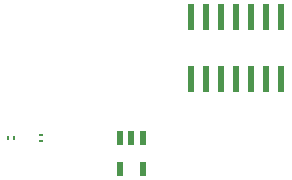
<source format=gbr>
G04 EAGLE Gerber RS-274X export*
G75*
%MOMM*%
%FSLAX34Y34*%
%LPD*%
%INSolderpaste Top*%
%IPPOS*%
%AMOC8*
5,1,8,0,0,1.08239X$1,22.5*%
G01*
%ADD10R,0.250000X0.350000*%
%ADD11R,0.350000X0.250000*%
%ADD12R,0.600000X1.200000*%
%ADD13R,0.600000X2.200000*%


D10*
X91400Y355600D03*
X86400Y355600D03*
D11*
X114300Y353100D03*
X114300Y358100D03*
D12*
X200000Y329840D03*
X181000Y329840D03*
X200000Y355960D03*
X190500Y355960D03*
X181000Y355960D03*
D13*
X304800Y457800D03*
X304800Y405800D03*
X317500Y457800D03*
X292100Y457800D03*
X279400Y457800D03*
X317500Y405800D03*
X292100Y405800D03*
X279400Y405800D03*
X254000Y457800D03*
X254000Y405800D03*
X266700Y457800D03*
X241300Y457800D03*
X266700Y405800D03*
X241300Y405800D03*
M02*

</source>
